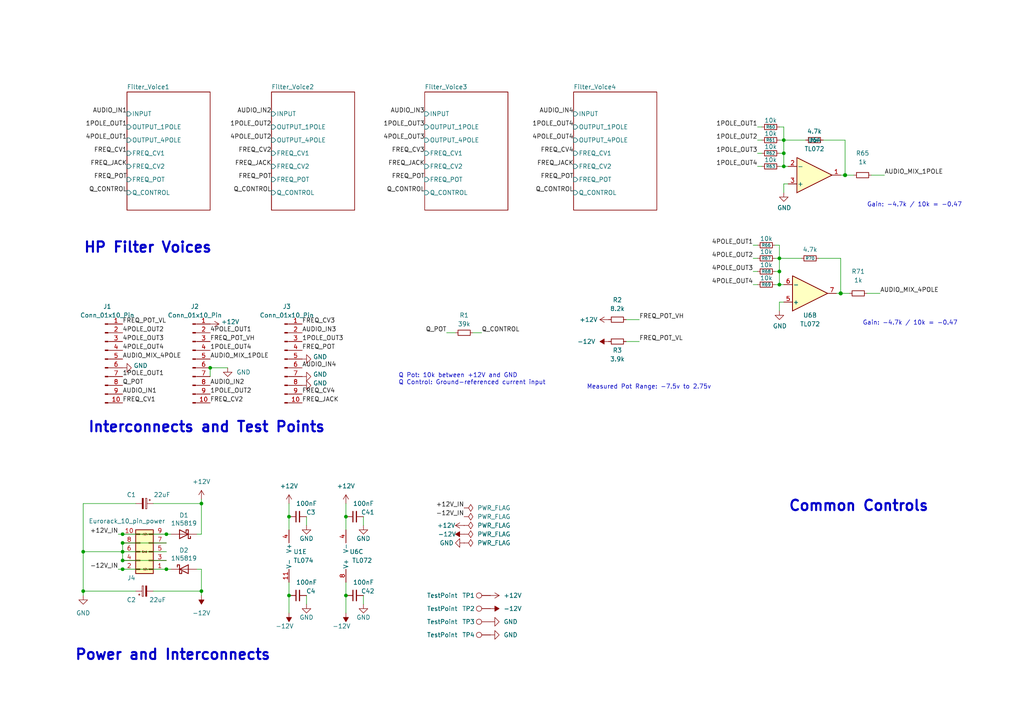
<source format=kicad_sch>
(kicad_sch (version 20230121) (generator eeschema)
  (paper "A4")
  (lib_symbols
    (symbol "Amplifier_Operational:TL072" (pin_names (offset 0.127))
      (property "Reference" "U" (at 0 5.08 0))
      (property "Value" "TL072" (at 0 -5.08 0))
      (symbol "TL072_1_1"
        (polyline (pts (xy -5.08 5.08) (xy 5.08 0) (xy -5.08 -5.08) (xy -5.08 5.08)) (stroke (width 0.254)) (fill (type background)))
        (pin output line (at 7.62 0 180) (length 2.54) (name "~") (number "1"))
        (pin input line (at -7.62 -2.54 0) (length 2.54) (name "-") (number "2"))
        (pin input line (at -7.62 2.54 0) (length 2.54) (name "+") (number "3"))
      )
      (symbol "TL072_2_1"
        (polyline (pts (xy -5.08 5.08) (xy 5.08 0) (xy -5.08 -5.08) (xy -5.08 5.08)) (stroke (width 0.254)) (fill (type background)))
        (pin input line (at -7.62 2.54 0) (length 2.54) (name "+") (number "5"))
        (pin input line (at -7.62 -2.54 0) (length 2.54) (name "-") (number "6"))
        (pin output line (at 7.62 0 180) (length 2.54) (name "~") (number "7"))
      )
      (symbol "TL072_3_1"
        (pin power_in line (at -2.54 -7.62 90) (length 3.81) (name "V-") (number "4"))
        (pin power_in line (at -2.54 7.62 270) (length 3.81) (name "V+") (number "8"))
      )
    )
    (symbol "Amplifier_Operational:TL074" (pin_names (offset 0.127))
      (property "Reference" "U" (at 0 5.08 0))
      (property "Value" "TL074" (at 0 -5.08 0))
      (symbol "TL074_1_1"
        (polyline (pts (xy -5.08 5.08) (xy 5.08 0) (xy -5.08 -5.08) (xy -5.08 5.08)) (stroke (width 0.254)) (fill (type background)))
        (pin output line (at 7.62 0 180) (length 2.54) (name "~") (number "1"))
        (pin input line (at -7.62 -2.54 0) (length 2.54) (name "-") (number "2"))
        (pin input line (at -7.62 2.54 0) (length 2.54) (name "+") (number "3"))
      )
      (symbol "TL074_2_1"
        (polyline (pts (xy -5.08 5.08) (xy 5.08 0) (xy -5.08 -5.08) (xy -5.08 5.08)) (stroke (width 0.254)) (fill (type background)))
        (pin input line (at -7.62 2.54 0) (length 2.54) (name "+") (number "5"))
        (pin input line (at -7.62 -2.54 0) (length 2.54) (name "-") (number "6"))
        (pin output line (at 7.62 0 180) (length 2.54) (name "~") (number "7"))
      )
      (symbol "TL074_3_1"
        (polyline (pts (xy -5.08 5.08) (xy 5.08 0) (xy -5.08 -5.08) (xy -5.08 5.08)) (stroke (width 0.254)) (fill (type background)))
        (pin input line (at -7.62 2.54 0) (length 2.54) (name "+") (number "10"))
        (pin output line (at 7.62 0 180) (length 2.54) (name "~") (number "8"))
        (pin input line (at -7.62 -2.54 0) (length 2.54) (name "-") (number "9"))
      )
      (symbol "TL074_4_1"
        (polyline (pts (xy -5.08 5.08) (xy 5.08 0) (xy -5.08 -5.08) (xy -5.08 5.08)) (stroke (width 0.254)) (fill (type background)))
        (pin input line (at -7.62 2.54 0) (length 2.54) (name "+") (number "12"))
        (pin input line (at -7.62 -2.54 0) (length 2.54) (name "-") (number "13"))
        (pin output line (at 7.62 0 180) (length 2.54) (name "~") (number "14"))
      )
      (symbol "TL074_5_1"
        (pin power_in line (at -2.54 -7.62 90) (length 3.81) (name "V-") (number "11"))
        (pin power_in line (at -2.54 7.62 270) (length 3.81) (name "V+") (number "4"))
      )
    )
    (symbol "Connector:Conn_01x10_Pin" (pin_names (offset 1.016) hide)
      (property "Reference" "J" (at 0 12.7 0))
      (property "Value" "Conn_01x10_Pin" (at 0 -15.24 0))
      (symbol "Conn_01x10_Pin_1_1"
        (polyline (pts (xy 1.27 -12.7) (xy 0.8636 -12.7)) (stroke (width 0.1524)))
        (polyline (pts (xy 1.27 -10.16) (xy 0.8636 -10.16)) (stroke (width 0.1524)))
        (polyline (pts (xy 1.27 -7.62) (xy 0.8636 -7.62)) (stroke (width 0.1524)))
        (polyline (pts (xy 1.27 -5.08) (xy 0.8636 -5.08)) (stroke (width 0.1524)))
        (polyline (pts (xy 1.27 -2.54) (xy 0.8636 -2.54)) (stroke (width 0.1524)))
        (polyline (pts (xy 1.27 0) (xy 0.8636 0)) (stroke (width 0.1524)))
        (polyline (pts (xy 1.27 2.54) (xy 0.8636 2.54)) (stroke (width 0.1524)))
        (polyline (pts (xy 1.27 5.08) (xy 0.8636 5.08)) (stroke (width 0.1524)))
        (polyline (pts (xy 1.27 7.62) (xy 0.8636 7.62)) (stroke (width 0.1524)))
        (polyline (pts (xy 1.27 10.16) (xy 0.8636 10.16)) (stroke (width 0.1524)))
        (rectangle (start 0.8636 -12.573) (end 0 -12.827) (stroke (width 0.1524)) (fill (type outline)))
        (rectangle (start 0.8636 -10.033) (end 0 -10.287) (stroke (width 0.1524)) (fill (type outline)))
        (rectangle (start 0.8636 -7.493) (end 0 -7.747) (stroke (width 0.1524)) (fill (type outline)))
        (rectangle (start 0.8636 -4.953) (end 0 -5.207) (stroke (width 0.1524)) (fill (type outline)))
        (rectangle (start 0.8636 -2.413) (end 0 -2.667) (stroke (width 0.1524)) (fill (type outline)))
        (rectangle (start 0.8636 0.127) (end 0 -0.127) (stroke (width 0.1524)) (fill (type outline)))
        (rectangle (start 0.8636 2.667) (end 0 2.413) (stroke (width 0.1524)) (fill (type outline)))
        (rectangle (start 0.8636 5.207) (end 0 4.953) (stroke (width 0.1524)) (fill (type outline)))
        (rectangle (start 0.8636 7.747) (end 0 7.493) (stroke (width 0.1524)) (fill (type outline)))
        (rectangle (start 0.8636 10.287) (end 0 10.033) (stroke (width 0.1524)) (fill (type outline)))
        (pin passive line (at 5.08 10.16 180) (length 3.81) (name "Pin_1") (number "1"))
        (pin passive line (at 5.08 -12.7 180) (length 3.81) (name "Pin_10") (number "10"))
        (pin passive line (at 5.08 7.62 180) (length 3.81) (name "Pin_2") (number "2"))
        (pin passive line (at 5.08 5.08 180) (length 3.81) (name "Pin_3") (number "3"))
        (pin passive line (at 5.08 2.54 180) (length 3.81) (name "Pin_4") (number "4"))
        (pin passive line (at 5.08 0 180) (length 3.81) (name "Pin_5") (number "5"))
        (pin passive line (at 5.08 -2.54 180) (length 3.81) (name "Pin_6") (number "6"))
        (pin passive line (at 5.08 -5.08 180) (length 3.81) (name "Pin_7") (number "7"))
        (pin passive line (at 5.08 -7.62 180) (length 3.81) (name "Pin_8") (number "8"))
        (pin passive line (at 5.08 -10.16 180) (length 3.81) (name "Pin_9") (number "9"))
      )
    )
    (symbol "Connector:TestPoint" (pin_numbers hide) (pin_names (offset 0.762) hide)
      (property "Reference" "TP" (at 0 6.858 0))
      (property "Value" "TestPoint" (at 0 5.08 0))
      (symbol "TestPoint_0_1"
        (circle (center 0 3.302) (radius 0.762))
      )
      (symbol "TestPoint_1_1"
        (pin passive line (at 0 0 90) (length 2.54) (name "1") (number "1"))
      )
    )
    (symbol "Device:C_Polarized_Small" (pin_numbers hide) (pin_names (offset 0.254) hide)
      (property "Reference" "C" (at 0.254 1.778 0))
      (property "Value" "C_Polarized_Small" (at 0.254 -2.032 0))
      (symbol "C_Polarized_Small_0_1"
        (rectangle (start -1.524 -0.3048) (end 1.524 -0.6858) (fill (type outline)))
        (rectangle (start -1.524 0.6858) (end 1.524 0.3048))
        (polyline (pts (xy -1.27 1.524) (xy -0.762 1.524)))
        (polyline (pts (xy -1.016 1.27) (xy -1.016 1.778)))
      )
      (symbol "C_Polarized_Small_1_1"
        (pin passive line (at 0 2.54 270) (length 1.8542) (name "~") (number "1"))
        (pin passive line (at 0 -2.54 90) (length 1.8542) (name "~") (number "2"))
      )
    )
    (symbol "Device:C_Small" (pin_numbers hide) (pin_names (offset 0.254) hide)
      (property "Reference" "C" (at 0.254 1.778 0))
      (property "Value" "C_Small" (at 0.254 -2.032 0))
      (symbol "C_Small_0_1"
        (polyline (pts (xy -1.524 -0.508) (xy 1.524 -0.508)) (stroke (width 0.3302)))
        (polyline (pts (xy -1.524 0.508) (xy 1.524 0.508)) (stroke (width 0.3048)))
      )
      (symbol "C_Small_1_1"
        (pin passive line (at 0 2.54 270) (length 2.032) (name "~") (number "1"))
        (pin passive line (at 0 -2.54 90) (length 2.032) (name "~") (number "2"))
      )
    )
    (symbol "Device:R_Small" (pin_numbers hide) (pin_names (offset 0.254) hide)
      (property "Reference" "R" (at 0.762 0.508 0))
      (property "Value" "R_Small" (at 0.762 -1.016 0))
      (symbol "R_Small_0_1"
        (rectangle (start -0.762 1.778) (end 0.762 -1.778) (stroke (width 0.2032)))
      )
      (symbol "R_Small_1_1"
        (pin passive line (at 0 2.54 270) (length 0.762) (name "~") (number "1"))
        (pin passive line (at 0 -2.54 90) (length 0.762) (name "~") (number "2"))
      )
    )
    (symbol "Diode:1N5819" (pin_numbers hide) (pin_names (offset 1.016) hide)
      (property "Reference" "D" (at 0 2.54 0))
      (property "Value" "1N5819" (at 0 -2.54 0))
      (symbol "1N5819_0_1"
        (polyline (pts (xy 1.27 0) (xy -1.27 0)))
        (polyline (pts (xy 1.27 1.27) (xy 1.27 -1.27) (xy -1.27 0) (xy 1.27 1.27)) (stroke (width 0.254)))
        (polyline (pts (xy -1.905 0.635) (xy -1.905 1.27) (xy -1.27 1.27) (xy -1.27 -1.27) (xy -0.635 -1.27) (xy -0.635 -0.635)) (stroke (width 0.254)))
      )
      (symbol "1N5819_1_1"
        (pin passive line (at -3.81 0 0) (length 2.54) (name "K") (number "1"))
        (pin passive line (at 3.81 0 180) (length 2.54) (name "A") (number "2"))
      )
    )
    (symbol "Eurorack_Header:Eurorack_10_pin_power" (pin_names (offset 1.016) hide)
      (property "Reference" "J" (at 1.27 7.62 0))
      (property "Value" "Eurorack_10_pin_power" (at 1.27 -7.62 0))
      (symbol "Eurorack_10_pin_power_1_0"
        (text "+12v" (at 1.27 -5.08 0) (effects (font (size 0.508 0.508))))
        (text "-12v" (at 1.27 5.08 0) (effects (font (size 0.508 0.508))))
        (text "Gnd" (at 1.27 0 0) (effects (font (size 0.508 0.508))))
      )
      (symbol "Eurorack_10_pin_power_1_1"
        (rectangle (start -1.27 -4.953) (end 0 -5.207) (stroke (width 0.1524)))
        (rectangle (start -1.27 -2.413) (end 0 -2.667) (stroke (width 0.1524)))
        (rectangle (start -1.27 0.127) (end 0 -0.127) (stroke (width 0.1524)))
        (rectangle (start -1.27 2.667) (end 0 2.413) (stroke (width 0.1524)))
        (rectangle (start -1.27 5.207) (end 0 4.953) (stroke (width 0.1524)))
        (rectangle (start -1.27 6.35) (end 3.81 -6.35) (stroke (width 0.254)) (fill (type background)))
        (rectangle (start 3.81 -4.953) (end 2.54 -5.207) (stroke (width 0.1524)))
        (rectangle (start 3.81 -2.413) (end 2.54 -2.667) (stroke (width 0.1524)))
        (rectangle (start 3.81 0.127) (end 2.54 -0.127) (stroke (width 0.1524)))
        (rectangle (start 3.81 2.667) (end 2.54 2.413) (stroke (width 0.1524)))
        (rectangle (start 3.81 5.207) (end 2.54 4.953) (stroke (width 0.1524)))
        (pin power_in line (at -5.08 5.08 0) (length 3.81) (name "Pin_1") (number "1"))
        (pin passive line (at 7.62 -5.08 180) (length 3.81) (name "Pin_10") (number "10"))
        (pin passive line (at 7.62 5.08 180) (length 3.81) (name "Pin_2") (number "2"))
        (pin passive line (at -5.08 2.54 0) (length 3.81) (name "Pin_3") (number "3"))
        (pin passive line (at 7.62 2.54 180) (length 3.81) (name "Pin_4") (number "4"))
        (pin power_in line (at -5.08 0 0) (length 3.81) (name "Pin_5") (number "5"))
        (pin passive line (at 7.62 0 180) (length 3.81) (name "Pin_6") (number "6"))
        (pin passive line (at -5.08 -2.54 0) (length 3.81) (name "Pin_7") (number "7"))
        (pin passive line (at 7.62 -2.54 180) (length 3.81) (name "Pin_8") (number "8"))
        (pin power_in line (at -5.08 -5.08 0) (length 3.81) (name "Pin_9") (number "9"))
      )
    )
    (symbol "power:+12V" (power) (pin_names (offset 0))
      (property "Value" "+12V" (at 0 3.556 0))
      (symbol "+12V_0_1"
        (polyline (pts (xy -0.762 1.27) (xy 0 2.54)))
        (polyline (pts (xy 0 0) (xy 0 2.54)))
        (polyline (pts (xy 0 2.54) (xy 0.762 1.27)))
      )
      (symbol "+12V_1_1"
        (pin power_in line (at 0 0 90) (length 0) hide (name "+12V") (number "1"))
      )
    )
    (symbol "power:-12V" (power) (pin_names (offset 0))
      (property "Value" "-12V" (at 0 3.81 0))
      (symbol "-12V_0_0"
        (pin power_in line (at 0 0 90) (length 0) hide (name "-12V") (number "1"))
      )
      (symbol "-12V_0_1"
        (polyline (pts (xy 0 0) (xy 0 1.27) (xy 0.762 1.27) (xy 0 2.54) (xy -0.762 1.27) (xy 0 1.27)) (fill (type outline)))
      )
    )
    (symbol "power:GND" (power) (pin_names (offset 0))
      (property "Value" "GND" (at 0 -3.81 0))
      (symbol "GND_0_1"
        (polyline (pts (xy 0 0) (xy 0 -1.27) (xy 1.27 -1.27) (xy 0 -2.54) (xy -1.27 -1.27) (xy 0 -1.27)))
      )
      (symbol "GND_1_1"
        (pin power_in line (at 0 0 270) (length 0) hide (name "GND") (number "1"))
      )
    )
    (symbol "power:PWR_FLAG" (power) (pin_numbers hide) (pin_names (offset 0) hide)
      (property "Value" "PWR_FLAG" (at 0 3.81 0))
      (symbol "PWR_FLAG_0_0"
        (pin power_out line (at 0 0 90) (length 0) (name "pwr") (number "1"))
      )
      (symbol "PWR_FLAG_0_1"
        (polyline (pts (xy 0 0) (xy 0 1.27) (xy -1.016 1.905) (xy 0 2.54) (xy 1.016 1.905) (xy 0 1.27)))
      )
    )
  )
  (junction (at 35.56 165.1))
  (junction (at 35.56 162.56))
  (junction (at 226.06 82.55))
  (junction (at 58.42 146.05))
  (junction (at 35.56 160.02))
  (junction (at 100.33 172.72))
  (junction (at 48.26 154.94))
  (junction (at 100.33 149.86))
  (junction (at 58.42 171.45))
  (junction (at 226.06 78.74))
  (junction (at 227.33 44.45))
  (junction (at 60.96 106.68))
  (junction (at 35.56 154.94))
  (junction (at 245.11 50.8) (diameter 1.016))
  (junction (at 227.33 40.64))
  (junction (at 83.82 149.86))
  (junction (at 48.26 165.1))
  (junction (at 226.06 74.93))
  (junction (at 243.84 85.09) (diameter 1.016))
  (junction (at 83.82 172.72))
  (junction (at 24.13 160.02))
  (junction (at 24.13 171.45))
  (junction (at 227.33 48.26))
  (junction (at 35.56 157.48))
  (wire (pts (xy 227.33 87.63) (xy 226.06 87.63)))
  (wire (pts (xy 227.33 53.34) (xy 227.33 55.88)))
  (wire (pts (xy 48.26 162.56) (xy 35.56 162.56)))
  (wire (pts (xy 58.42 171.45) (xy 58.42 172.72)))
  (wire (pts (xy 44.45 171.45) (xy 58.42 171.45)))
  (wire (pts (xy 226.06 82.55) (xy 227.33 82.55)))
  (wire (pts (xy 57.15 154.94) (xy 58.42 154.94)))
  (wire (pts (xy 24.13 146.05) (xy 39.37 146.05)))
  (wire (pts (xy 83.82 149.86) (xy 83.82 153.67)))
  (wire (pts (xy 226.06 48.26) (xy 227.33 48.26)))
  (wire (pts (xy 224.79 74.93) (xy 226.06 74.93)))
  (wire (pts (xy 105.41 152.4) (xy 105.41 149.86)))
  (wire (pts (xy 245.11 40.64) (xy 245.11 50.8)))
  (wire (pts (xy 218.44 82.55) (xy 219.71 82.55)))
  (wire (pts (xy 66.04 106.68) (xy 60.96 106.68)))
  (wire (pts (xy 24.13 171.45) (xy 39.37 171.45)))
  (wire (pts (xy 100.33 177.8) (xy 100.33 172.72)))
  (wire (pts (xy 226.06 44.45) (xy 227.33 44.45)))
  (wire (pts (xy 219.71 36.83) (xy 220.98 36.83)))
  (wire (pts (xy 224.79 82.55) (xy 226.06 82.55)))
  (wire (pts (xy 251.46 85.09) (xy 255.27 85.09)))
  (wire (pts (xy 226.06 78.74) (xy 226.06 74.93)))
  (wire (pts (xy 227.33 40.64) (xy 233.68 40.64)))
  (wire (pts (xy 57.15 165.1) (xy 58.42 165.1)))
  (wire (pts (xy 137.16 96.52) (xy 139.7 96.52)))
  (wire (pts (xy 132.08 96.52) (xy 129.54 96.52)))
  (wire (pts (xy 228.6 53.34) (xy 227.33 53.34)))
  (wire (pts (xy 219.71 48.26) (xy 220.98 48.26)))
  (wire (pts (xy 245.11 50.8) (xy 247.65 50.8)))
  (wire (pts (xy 226.06 36.83) (xy 227.33 36.83)))
  (wire (pts (xy 105.41 175.26) (xy 105.41 172.72)))
  (wire (pts (xy 34.29 154.94) (xy 35.56 154.94)))
  (wire (pts (xy 44.45 146.05) (xy 58.42 146.05)))
  (wire (pts (xy 48.26 165.1) (xy 49.53 165.1)))
  (polyline (pts (xy 299.72 12.7) (xy 300.99 12.7)))
  (wire (pts (xy 100.33 149.86) (xy 100.33 153.67)))
  (wire (pts (xy 224.79 71.12) (xy 226.06 71.12)))
  (wire (pts (xy 226.06 87.63) (xy 226.06 90.17)))
  (wire (pts (xy 219.71 44.45) (xy 220.98 44.45)))
  (wire (pts (xy 100.33 172.72) (xy 100.33 168.91)))
  (wire (pts (xy 243.84 74.93) (xy 243.84 85.09)))
  (wire (pts (xy 218.44 71.12) (xy 219.71 71.12)))
  (wire (pts (xy 226.06 71.12) (xy 226.06 74.93)))
  (wire (pts (xy 243.84 74.93) (xy 237.49 74.93)))
  (wire (pts (xy 227.33 36.83) (xy 227.33 40.64)))
  (wire (pts (xy 224.79 78.74) (xy 226.06 78.74)))
  (wire (pts (xy 227.33 44.45) (xy 227.33 48.26)))
  (wire (pts (xy 35.56 154.94) (xy 48.26 154.94)))
  (wire (pts (xy 83.82 146.05) (xy 83.82 149.86)))
  (wire (pts (xy 60.96 106.68) (xy 60.96 109.22)))
  (wire (pts (xy 227.33 48.26) (xy 228.6 48.26)))
  (wire (pts (xy 83.82 177.8) (xy 83.82 172.72)))
  (wire (pts (xy 181.61 92.71) (xy 185.42 92.71)))
  (wire (pts (xy 226.06 40.64) (xy 227.33 40.64)))
  (wire (pts (xy 24.13 160.02) (xy 35.56 160.02)))
  (wire (pts (xy 24.13 160.02) (xy 24.13 171.45)))
  (wire (pts (xy 24.13 172.72) (xy 24.13 171.45)))
  (wire (pts (xy 83.82 172.72) (xy 83.82 168.91)))
  (wire (pts (xy 88.9 175.26) (xy 88.9 172.72)))
  (wire (pts (xy 243.84 85.09) (xy 246.38 85.09)))
  (polyline (pts (xy -69.85 -15.24) (xy 218.44 -15.24)) (stroke (width 0) (type dash)))
  (wire (pts (xy 48.26 157.48) (xy 35.56 157.48)))
  (wire (pts (xy 34.29 165.1) (xy 35.56 165.1)))
  (wire (pts (xy 218.44 78.74) (xy 219.71 78.74)))
  (wire (pts (xy 35.56 157.48) (xy 35.56 160.02)))
  (wire (pts (xy 100.33 146.05) (xy 100.33 149.86)))
  (wire (pts (xy 58.42 165.1) (xy 58.42 171.45)))
  (wire (pts (xy 58.42 154.94) (xy 58.42 146.05)))
  (wire (pts (xy 252.73 50.8) (xy 256.54 50.8)))
  (wire (pts (xy 243.84 50.8) (xy 245.11 50.8)))
  (wire (pts (xy 24.13 146.05) (xy 24.13 160.02)))
  (wire (pts (xy 185.42 99.06) (xy 181.61 99.06)))
  (wire (pts (xy 58.42 144.78) (xy 58.42 146.05)))
  (polyline (pts (xy 320.04 208.28) (xy 320.04 -31.75)) (stroke (width 0) (type dash)))
  (wire (pts (xy 242.57 85.09) (xy 243.84 85.09)))
  (wire (pts (xy 35.56 165.1) (xy 48.26 165.1)))
  (wire (pts (xy 35.56 160.02) (xy 48.26 160.02)))
  (wire (pts (xy 88.9 152.4) (xy 88.9 149.86)))
  (wire (pts (xy 219.71 40.64) (xy 220.98 40.64)))
  (wire (pts (xy 218.44 74.93) (xy 219.71 74.93)))
  (wire (pts (xy 35.56 160.02) (xy 35.56 162.56)))
  (wire (pts (xy 245.11 40.64) (xy 238.76 40.64)))
  (wire (pts (xy 48.26 154.94) (xy 49.53 154.94)))
  (wire (pts (xy 226.06 78.74) (xy 226.06 82.55)))
  (wire (pts (xy 226.06 74.93) (xy 232.41 74.93)))
  (wire (pts (xy 227.33 44.45) (xy 227.33 40.64)))
  (text "HP Filter Voices" (at 24.13 73.66 0) (effects (font (size 3 3) (thickness 0.6) bold) (justify left bottom)))
  (text "Measured Pot Range: -7.5v to 2.75v" (at 170.18 113.03 0) (effects (font (size 1.27 1.27)) (justify left bottom)))
  (text "Interconnects and Test Points" (at 25.4 125.73 0) (effects (font (size 3 3) (thickness 0.6) bold) (justify left bottom)))
  (text "Gain: -4.7k / 10k = -0.47\n " (at 250.19 96.52 0) (effects (font (size 1.27 1.27)) (justify left bottom)))
  (text "Gain: -4.7k / 10k = -0.47\n " (at 251.46 62.23 0) (effects (font (size 1.27 1.27)) (justify left bottom)))
  (text "Common Controls" (at 228.6 148.59 0) (effects (font (size 3 3) (thickness 0.6) bold) (justify left bottom)))
  (text "Power and Interconnects" (at 21.59 191.77 0) (effects (font (size 3 3) (thickness 0.6) bold) (justify left bottom)))
  (text "Q Pot: 10k between +12V and GND\nQ Control: Ground-referenced current input\n" (at 115.57 111.76 0) (effects (font (size 1.27 1.27)) (justify left bottom)))
  (label "AUDIO_IN1" (at 35.56 114.3 0))
  (label "FREQ_CV4" (at 166.37 44.45 180))
  (label "1POLE_OUT2" (at 219.71 40.64 180))
  (label "FREQ_CV2" (at 60.96 116.84 0))
  (label "FREQ_POT" (at 123.19 52.07 180))
  (label "FREQ_POT" (at 78.74 52.07 180))
  (label "1POLE_OUT3" (at 87.63 99.06 0))
  (label "AUDIO_IN1" (at 36.83 33.02 180))
  (label "FREQ_JACK" (at 36.83 48.26 180))
  (label "FREQ_JACK" (at 166.37 48.26 180))
  (label "FREQ_POT_VH" (at 60.96 99.06 0))
  (label "AUDIO_MIX_1POLE" (at 60.96 104.14 0))
  (label "FREQ_CV2" (at 78.74 44.45 180))
  (label "4POLE_OUT1" (at 218.44 71.12 180))
  (label "FREQ_POT_VL" (at 35.56 93.98 0))
  (label "4POLE_OUT4" (at 218.44 82.55 180))
  (label "FREQ_JACK" (at 87.63 116.84 0))
  (label "1POLE_OUT4" (at 166.37 36.83 180))
  (label "4POLE_OUT4" (at 166.37 40.64 180))
  (label "1POLE_OUT2" (at 60.96 114.3 0))
  (label "FREQ_POT" (at 87.63 101.6 0))
  (label "1POLE_OUT4" (at 60.96 101.6 0))
  (label "1POLE_OUT4" (at 219.71 48.26 180))
  (label "1POLE_OUT1" (at 219.71 36.83 180))
  (label "+12V_IN" (at 34.29 154.94 180))
  (label "4POLE_OUT3" (at 218.44 78.74 180))
  (label "FREQ_CV4" (at 87.63 114.3 0))
  (label "Q_CONTROL" (at 123.19 55.88 180))
  (label "FREQ_CV3" (at 87.63 93.98 0))
  (label "AUDIO_IN2" (at 60.96 111.76 0))
  (label "FREQ_POT" (at 166.37 52.07 180))
  (label "Q_CONTROL" (at 36.83 55.88 180))
  (label "Q_CONTROL" (at 78.74 55.88 180))
  (label "4POLE_OUT4" (at 35.56 101.6 0))
  (label "-12V_IN" (at 134.62 149.86 180))
  (label "1POLE_OUT1" (at 35.56 109.22 0))
  (label "4POLE_OUT2" (at 35.56 96.52 0))
  (label "FREQ_JACK" (at 78.74 48.26 180))
  (label "+12V_IN" (at 134.62 147.32 180))
  (label "FREQ_CV3" (at 123.19 44.45 180))
  (label "AUDIO_IN3" (at 123.19 33.02 180))
  (label "FREQ_POT" (at 36.83 52.07 180))
  (label "Q_CONTROL" (at 166.37 55.88 180))
  (label "AUDIO_IN3" (at 87.63 96.52 0))
  (label "1POLE_OUT3" (at 123.19 36.83 180))
  (label "AUDIO_IN2" (at 78.74 33.02 180))
  (label "Q_POT" (at 35.56 111.76 0))
  (label "FREQ_JACK" (at 123.19 48.26 180))
  (label "4POLE_OUT3" (at 35.56 99.06 0))
  (label "4POLE_OUT2" (at 218.44 74.93 180))
  (label "FREQ_CV1" (at 35.56 116.84 0))
  (label "-12V_IN" (at 34.29 165.1 180))
  (label "1POLE_OUT3" (at 219.71 44.45 180))
  (label "AUDIO_MIX_1POLE" (at 256.54 50.8 0))
  (label "4POLE_OUT1" (at 60.96 96.52 0))
  (label "4POLE_OUT3" (at 123.19 40.64 180))
  (label "FREQ_POT_VL" (at 185.42 99.06 0))
  (label "AUDIO_MIX_4POLE" (at 255.27 85.09 0))
  (label "FREQ_CV1" (at 36.83 44.45 180))
  (label "AUDIO_IN4" (at 87.63 106.68 0))
  (label "4POLE_OUT2" (at 78.74 40.64 180))
  (label "1POLE_OUT2" (at 78.74 36.83 180))
  (label "AUDIO_MIX_4POLE" (at 35.56 104.14 0))
  (label "FREQ_POT_VH" (at 185.42 92.71 0))
  (label "Q_CONTROL" (at 139.7 96.52 0))
  (label "Q_POT" (at 129.54 96.52 180))
  (label "4POLE_OUT1" (at 36.83 40.64 180))
  (label "1POLE_OUT1" (at 36.83 36.83 180))
  (label "AUDIO_IN4" (at 166.37 33.02 180))
  (symbol (lib_id "Device:R_Small") (at 223.52 48.26 270) (unit 1)
    (property "Reference" "R63" (at 223.52 48.26 90) (effects (font (size 0.889 0.889))))
    (property "Value" "10k" (at 223.52 46.355 90))
    (property "Footprint" "Resistor_SMD:R_0603_1608Metric_Pad0.98x0.95mm_HandSolder" (effects hide))
  )
  (symbol (lib_id "power:GND") (at 105.41 175.26 0) (unit 1)
    (property "Reference" "#PWR057" (effects hide))
    (property "Value" "GND" (at 105.41 179.07 0))
  )
  (symbol (lib_id "power:GND") (at 226.06 90.17 0) (unit 1)
    (property "Reference" "#PWR058" (effects hide))
    (property "Value" "GND" (at 226.187 94.5642 0))
  )
  (symbol (lib_id "power:-12V") (at 58.42 172.72 180) (unit 1)
    (property "Reference" "#PWR04" (effects hide))
    (property "Value" "-12V" (at 58.42 177.8 0))
  )
  (symbol (lib_id "Amplifier_Operational:TL072") (at 234.95 85.09 0) (mirror x) (unit 2)
    (property "Reference" "U6" (at 234.95 91.44 0))
    (property "Value" "TL072" (at 234.95 93.98 0))
    (property "Footprint" "Package_SO:SO-8_3.9x4.9mm_P1.27mm" (effects hide))
    (property "Datasheet" "http://www.ti.com/lit/ds/symlink/tl071.pdf" (effects hide))
  )
  (symbol (lib_id "Diode:1N5819") (at 53.34 165.1 0) (unit 1)
    (property "Reference" "D2" (at 53.34 159.6136 0))
    (property "Value" "1N5819" (at 53.34 161.925 0))
    (property "Footprint" "Diode_SMD:D_SOD-123" (effects hide))
  )
  (symbol (lib_id "Device:R_Small") (at 223.52 44.45 270) (unit 1)
    (property "Reference" "R62" (at 223.52 44.45 90) (effects (font (size 0.889 0.889))))
    (property "Value" "10k" (at 223.52 42.545 90))
    (property "Footprint" "Resistor_SMD:R_0603_1608Metric_Pad0.98x0.95mm_HandSolder" (effects hide))
  )
  (symbol (lib_id "Diode:1N5819") (at 53.34 154.94 180) (unit 1)
    (property "Reference" "D1" (at 53.34 149.4536 0))
    (property "Value" "1N5819" (at 53.34 151.765 0))
    (property "Footprint" "Diode_SMD:D_SOD-123" (effects hide))
  )
  (symbol (lib_id "Eurorack_Header:Eurorack_10_pin_power") (at 43.18 160.02 180) (unit 1)
    (property "Reference" "J4" (at 38.1 167.64 0))
    (property "Value" "Eurorack_10_pin_power" (at 36.83 151.13 0))
    (property "Footprint" "Custom_Footprints:Eurorack_10_pin_header" (effects hide))
  )
  (symbol (lib_id "Device:C_Polarized_Small") (at 41.91 171.45 90) (unit 1)
    (property "Reference" "C2" (at 38.1 173.99 90))
    (property "Value" "22uF" (at 45.72 173.99 90))
    (property "Footprint" "Capacitor_SMD:CP_Elec_4x5.8" (effects hide))
  )
  (symbol (lib_id "Device:R_Small") (at 134.62 96.52 90) (unit 1)
    (property "Reference" "R1" (at 134.62 91.44 90))
    (property "Value" "39k" (at 134.62 93.98 90))
    (property "Footprint" "Resistor_SMD:R_0603_1608Metric_Pad0.98x0.95mm_HandSolder" (effects hide))
  )
  (symbol (lib_id "Device:R_Small") (at 223.52 40.64 270) (unit 1)
    (property "Reference" "R61" (at 223.52 40.64 90) (effects (font (size 0.889 0.889))))
    (property "Value" "10k" (at 223.52 38.735 90))
    (property "Footprint" "Resistor_SMD:R_0603_1608Metric_Pad0.98x0.95mm_HandSolder" (effects hide))
  )
  (symbol (lib_id "power:GND") (at 87.63 104.14 90) (unit 1)
    (property "Reference" "#PWR09" (effects hide))
    (property "Value" "GND" (at 90.805 103.505 90) (effects (justify right)))
  )
  (symbol (lib_id "power:GND") (at 134.62 157.48 270) (unit 1)
    (property "Reference" "#PWR015" (effects hide))
    (property "Value" "GND" (at 129.54 157.48 90))
  )
  (symbol (lib_id "power:PWR_FLAG") (at 134.62 149.86 270) (unit 1)
    (property "Reference" "#FLG05" (effects hide))
    (property "Value" "PWR_FLAG" (at 138.43 149.8599 90) (effects (justify left)))
  )
  (symbol (lib_id "power:GND") (at 105.41 152.4 0) (unit 1)
    (property "Reference" "#PWR056" (effects hide))
    (property "Value" "GND" (at 105.41 156.21 0))
  )
  (symbol (lib_id "power:GND") (at 24.13 172.72 0) (unit 1)
    (property "Reference" "#PWR01" (effects hide))
    (property "Value" "GND" (at 24.13 177.8 0))
  )
  (symbol (lib_id "power:+12V") (at 83.82 146.05 0) (unit 1)
    (property "Reference" "#PWR07" (effects hide))
    (property "Value" "+12V" (at 83.82 140.97 0))
  )
  (symbol (lib_id "power:GND") (at 227.33 55.88 0) (unit 1)
    (property "Reference" "#PWR053" (effects hide))
    (property "Value" "GND" (at 227.457 60.2742 0))
  )
  (symbol (lib_id "Connector:Conn_01x10_Pin") (at 55.88 104.14 0) (unit 1)
    (property "Reference" "J2" (at 56.515 88.9 0))
    (property "Value" "Conn_01x10_Pin" (at 56.515 91.44 0))
    (property "Footprint" "Connector_PinHeader_2.54mm:PinHeader_1x10_P2.54mm_Vertical" (effects hide))
  )
  (symbol (lib_id "Device:C_Small") (at 86.36 149.86 90) (unit 1)
    (property "Reference" "C3" (at 90.17 148.59 90))
    (property "Value" "100nF" (at 88.9 146.05 90))
    (property "Footprint" "Capacitor_SMD:C_0603_1608Metric_Pad1.08x0.95mm_HandSolder" (effects hide))
  )
  (symbol (lib_id "power:GND") (at 142.24 180.34 90) (unit 1)
    (property "Reference" "#PWR018" (effects hide))
    (property "Value" "GND" (at 146.05 180.3399 90) (effects (justify right)))
  )
  (symbol (lib_id "Amplifier_Operational:TL072") (at 236.22 50.8 0) (mirror x) (unit 1)
    (property "Reference" "U6" (at 236.22 40.64 0))
    (property "Value" "TL072" (at 236.22 43.18 0))
    (property "Footprint" "Package_SO:SO-8_3.9x4.9mm_P1.27mm" (effects hide))
    (property "Datasheet" "http://www.ti.com/lit/ds/symlink/tl071.pdf" (effects hide))
  )
  (symbol (lib_id "Device:C_Polarized_Small") (at 41.91 146.05 270) (unit 1)
    (property "Reference" "C1" (at 38.1 143.51 90))
    (property "Value" "22uF" (at 46.99 143.51 90))
    (property "Footprint" "Capacitor_SMD:CP_Elec_4x5.8" (effects hide))
  )
  (symbol (lib_id "power:-12V") (at 134.62 154.94 90) (unit 1)
    (property "Reference" "#PWR014" (effects hide))
    (property "Value" "-12V" (at 127 154.94 90) (effects (justify right)))
  )
  (symbol (lib_id "Device:C_Small") (at 86.36 172.72 90) (unit 1)
    (property "Reference" "C4" (at 90.17 171.45 90))
    (property "Value" "100nF" (at 88.9 168.91 90))
    (property "Footprint" "Capacitor_SMD:C_0603_1608Metric_Pad1.08x0.95mm_HandSolder" (effects hide))
  )
  (symbol (lib_id "Device:R_Small") (at 223.52 36.83 270) (unit 1)
    (property "Reference" "R60" (at 223.52 36.83 90) (effects (font (size 0.889 0.889))))
    (property "Value" "10k" (at 223.52 34.925 90))
    (property "Footprint" "Resistor_SMD:R_0603_1608Metric_Pad0.98x0.95mm_HandSolder" (effects hide))
  )
  (symbol (lib_id "power:GND") (at 88.9 152.4 0) (unit 1)
    (property "Reference" "#PWR011" (effects hide))
    (property "Value" "GND" (at 88.9 156.21 0))
  )
  (symbol (lib_id "power:PWR_FLAG") (at 134.62 152.4 270) (unit 1)
    (property "Reference" "#FLG01" (effects hide))
    (property "Value" "PWR_FLAG" (at 138.43 152.3999 90) (effects (justify left)))
  )
  (symbol (lib_id "Device:C_Small") (at 102.87 149.86 90) (unit 1)
    (property "Reference" "C41" (at 106.68 148.59 90))
    (property "Value" "100nF" (at 105.41 146.05 90))
    (property "Footprint" "Capacitor_SMD:C_0603_1608Metric_Pad1.08x0.95mm_HandSolder" (effects hide))
  )
  (symbol (lib_id "Device:R_Small") (at 234.95 74.93 270) (unit 1)
    (property "Reference" "R70" (at 234.95 74.93 90) (effects (font (size 0.889 0.889))))
    (property "Value" "4.7k" (at 234.95 72.39 90))
    (property "Footprint" "Resistor_SMD:R_0603_1608Metric_Pad0.98x0.95mm_HandSolder" (effects hide))
  )
  (symbol (lib_id "power:GND") (at 87.63 109.22 90) (unit 1)
    (property "Reference" "#PWR010" (effects hide))
    (property "Value" "GND" (at 90.805 108.585 90) (effects (justify right)))
  )
  (symbol (lib_id "Connector:TestPoint") (at 142.24 180.34 90) (unit 1) (in_bom no)
    (property "Reference" "TP3" (at 135.89 180.34 90))
    (property "Value" "TestPoint" (at 128.27 180.34 90))
    (property "Footprint" "Custom_Footprints:1.3mm_Test_Point" (effects hide))
  )
  (symbol (lib_id "Device:R_Small") (at 222.25 78.74 270) (unit 1)
    (property "Reference" "R68" (at 222.25 78.74 90) (effects (font (size 0.889 0.889))))
    (property "Value" "10k" (at 222.25 76.835 90))
    (property "Footprint" "Resistor_SMD:R_0603_1608Metric_Pad0.98x0.95mm_HandSolder" (effects hide))
  )
  (symbol (lib_id "power:+12V") (at 100.33 146.05 0) (unit 1)
    (property "Reference" "#PWR054" (effects hide))
    (property "Value" "+12V" (at 100.33 140.97 0))
  )
  (symbol (lib_id "Device:R_Small") (at 179.07 99.06 270) (unit 1)
    (property "Reference" "R3" (at 179.07 101.6 90))
    (property "Value" "3.9k" (at 179.07 104.14 90))
    (property "Footprint" "Resistor_SMD:R_0603_1608Metric_Pad0.98x0.95mm_HandSolder" (effects hide))
  )
  (symbol (lib_id "power:GND") (at 35.56 106.68 90) (unit 1)
    (property "Reference" "#PWR02" (effects hide))
    (property "Value" "GND" (at 38.735 106.045 90) (effects (justify right)))
  )
  (symbol (lib_id "Amplifier_Operational:TL074") (at 86.36 161.29 0) (unit 5)
    (property "Reference" "U1" (at 85.09 160.02 0) (effects (justify left)))
    (property "Value" "TL074" (at 85.09 162.56 0) (effects (justify left)))
    (property "Footprint" "Package_SO:SOIC-14_3.9x8.7mm_P1.27mm" (effects hide))
    (property "Datasheet" "http://www.ti.com/lit/ds/symlink/tl071.pdf" (effects hide))
  )
  (symbol (lib_id "power:GND") (at 142.24 184.15 90) (unit 1)
    (property "Reference" "#PWR019" (effects hide))
    (property "Value" "GND" (at 146.05 184.1499 90) (effects (justify right)))
  )
  (symbol (lib_id "Device:R_Small") (at 179.07 92.71 90) (unit 1)
    (property "Reference" "R2" (at 179.07 86.995 90))
    (property "Value" "8.2k" (at 179.07 89.535 90))
    (property "Footprint" "Resistor_SMD:R_0603_1608Metric_Pad0.98x0.95mm_HandSolder" (effects hide))
  )
  (symbol (lib_id "power:+12V") (at 142.24 172.72 270) (mirror x) (unit 1)
    (property "Reference" "#PWR016" (effects hide))
    (property "Value" "+12V" (at 146.05 172.7199 90) (effects (justify left)))
  )
  (symbol (lib_id "power:+12V") (at 134.62 152.4 90) (unit 1)
    (property "Reference" "#PWR013" (effects hide))
    (property "Value" "+12V" (at 132.08 152.4 90) (effects (justify left)))
  )
  (symbol (lib_id "Device:R_Small") (at 222.25 71.12 270) (unit 1)
    (property "Reference" "R66" (at 222.25 71.12 90) (effects (font (size 0.889 0.889))))
    (property "Value" "10k" (at 222.25 69.215 90))
    (property "Footprint" "Resistor_SMD:R_0603_1608Metric_Pad0.98x0.95mm_HandSolder" (effects hide))
  )
  (symbol (lib_id "Amplifier_Operational:TL072") (at 102.87 161.29 0) (mirror x) (unit 3)
    (property "Reference" "U6" (at 105.41 160.02 0) (effects (justify right)))
    (property "Value" "TL072" (at 107.95 162.56 0) (effects (justify right)))
    (property "Footprint" "Package_SO:SO-8_3.9x4.9mm_P1.27mm" (effects hide))
    (property "Datasheet" "http://www.ti.com/lit/ds/symlink/tl071.pdf" (effects hide))
  )
  (symbol (lib_id "power:GND") (at 87.63 111.76 90) (unit 1)
    (property "Reference" "#PWR052" (effects hide))
    (property "Value" "GND" (at 90.805 111.125 90) (effects (justify right)))
  )
  (symbol (lib_id "power:-12V") (at 83.82 177.8 180) (unit 1)
    (property "Reference" "#PWR08" (effects hide))
    (property "Value" "-12V" (at 82.55 181.61 0))
  )
  (symbol (lib_id "Device:R_Small") (at 222.25 74.93 270) (unit 1)
    (property "Reference" "R67" (at 222.25 74.93 90) (effects (font (size 0.889 0.889))))
    (property "Value" "10k" (at 222.25 73.025 90))
    (property "Footprint" "Resistor_SMD:R_0603_1608Metric_Pad0.98x0.95mm_HandSolder" (effects hide))
  )
  (symbol (lib_id "Connector:TestPoint") (at 142.24 172.72 90) (unit 1) (in_bom no)
    (property "Reference" "TP1" (at 135.89 172.72 90))
    (property "Value" "TestPoint" (at 128.27 172.72 90))
    (property "Footprint" "Custom_Footprints:1.3mm_Test_Point" (effects hide))
  )
  (symbol (lib_id "power:PWR_FLAG") (at 134.62 154.94 270) (unit 1)
    (property "Reference" "#FLG02" (effects hide))
    (property "Value" "PWR_FLAG" (at 138.43 154.9399 90) (effects (justify left)))
  )
  (symbol (lib_id "power:-12V") (at 142.24 176.53 270) (unit 1)
    (property "Reference" "#PWR017" (effects hide))
    (property "Value" "-12V" (at 146.05 176.5299 90) (effects (justify left)))
  )
  (symbol (lib_id "power:PWR_FLAG") (at 134.62 147.32 270) (unit 1)
    (property "Reference" "#FLG04" (effects hide))
    (property "Value" "PWR_FLAG" (at 138.43 147.3199 90) (effects (justify left)))
  )
  (symbol (lib_id "power:GND") (at 88.9 175.26 0) (unit 1)
    (property "Reference" "#PWR012" (effects hide))
    (property "Value" "GND" (at 88.9 179.07 0))
  )
  (symbol (lib_id "power:GND") (at 66.04 106.68 0) (unit 1)
    (property "Reference" "#PWR06" (effects hide))
    (property "Value" "GND" (at 68.58 107.9499 0) (effects (justify left)))
  )
  (symbol (lib_id "Device:R_Small") (at 248.92 85.09 90) (unit 1)
    (property "Reference" "R71" (at 248.92 78.74 90))
    (property "Value" "1k" (at 248.92 81.28 90))
    (property "Footprint" "Resistor_SMD:R_0603_1608Metric_Pad0.98x0.95mm_HandSolder" (effects hide))
  )
  (symbol (lib_id "power:-12V") (at 100.33 177.8 180) (unit 1)
    (property "Reference" "#PWR055" (effects hide))
    (property "Value" "-12V" (at 99.06 181.61 0))
  )
  (symbol (lib_id "power:-12V") (at 176.53 99.06 90) (unit 1)
    (property "Reference" "#PWR023" (effects hide))
    (property "Value" "-12V" (at 172.72 99.06 90) (effects (justify left)))
  )
  (symbol (lib_id "Connector:Conn_01x10_Pin") (at 30.48 104.14 0) (unit 1)
    (property "Reference" "J1" (at 31.115 88.9 0))
    (property "Value" "Conn_01x10_Pin" (at 31.115 91.44 0))
    (property "Footprint" "Connector_PinHeader_2.54mm:PinHeader_1x10_P2.54mm_Vertical" (effects hide))
  )
  (symbol (lib_id "power:+12V") (at 58.42 144.78 0) (unit 1)
    (property "Reference" "#PWR03" (effects hide))
    (property "Value" "+12V" (at 58.42 139.7 0))
  )
  (symbol (lib_id "Connector:TestPoint") (at 142.24 176.53 90) (unit 1) (in_bom no)
    (property "Reference" "TP2" (at 135.89 176.53 90))
    (property "Value" "TestPoint" (at 128.27 176.53 90))
    (property "Footprint" "Custom_Footprints:1.3mm_Test_Point" (effects hide))
  )
  (symbol (lib_id "Connector:TestPoint") (at 142.24 184.15 90) (unit 1) (in_bom no)
    (property "Reference" "TP4" (at 135.89 184.15 90))
    (property "Value" "TestPoint" (at 128.27 184.15 90))
    (property "Footprint" "Custom_Footprints:1.3mm_Test_Point" (effects hide))
  )
  (symbol (lib_id "power:+12V") (at 176.53 92.71 90) (unit 1)
    (property "Reference" "#PWR022" (effects hide))
    (property "Value" "+12V" (at 173.355 92.71 90) (effects (justify left)))
  )
  (symbol (lib_id "Device:R_Small") (at 236.22 40.64 270) (unit 1)
    (property "Reference" "R64" (at 236.22 40.64 90) (effects (font (size 0.889 0.889))))
    (property "Value" "4.7k" (at 236.22 38.1 90))
    (property "Footprint" "Resistor_SMD:R_0603_1608Metric_Pad0.98x0.95mm_HandSolder" (effects hide))
  )
  (symbol (lib_id "Device:R_Small") (at 222.25 82.55 270) (unit 1)
    (property "Reference" "R69" (at 222.25 82.55 90) (effects (font (size 0.889 0.889))))
    (property "Value" "10k" (at 222.25 80.645 90))
    (property "Footprint" "Resistor_SMD:R_0603_1608Metric_Pad0.98x0.95mm_HandSolder" (effects hide))
  )
  (symbol (lib_id "Connector:Conn_01x10_Pin") (at 82.55 104.14 0) (unit 1)
    (property "Reference" "J3" (at 83.185 88.9 0))
    (property "Value" "Conn_01x10_Pin" (at 83.185 91.44 0))
    (property "Footprint" "Connector_PinHeader_2.54mm:PinHeader_1x10_P2.54mm_Vertical" (effects hide))
  )
  (symbol (lib_id "Device:C_Small") (at 102.87 172.72 90) (unit 1)
    (property "Reference" "C42" (at 106.68 171.45 90))
    (property "Value" "100nF" (at 105.41 168.91 90))
    (property "Footprint" "Capacitor_SMD:C_0603_1608Metric_Pad1.08x0.95mm_HandSolder" (effects hide))
  )
  (symbol (lib_id "power:+12V") (at 60.96 93.98 270) (unit 1)
    (property "Reference" "#PWR05" (effects hide))
    (property "Value" "+12V" (at 64.135 93.345 90) (effects (justify left)))
  )
  (symbol (lib_id "Device:R_Small") (at 250.19 50.8 90) (unit 1)
    (property "Reference" "R65" (at 250.19 44.45 90))
    (property "Value" "1k" (at 250.19 46.99 90))
    (property "Footprint" "Resistor_SMD:R_0603_1608Metric_Pad0.98x0.95mm_HandSolder" (effects hide))
  )
  (symbol (lib_id "power:PWR_FLAG") (at 134.62 157.48 270) (unit 1)
    (property "Reference" "#FLG03" (effects hide))
    (property "Value" "PWR_FLAG" (at 138.43 157.4799 90) (effects (justify left)))
  )
  (sheet (at 166.37 26.67) (size 24.13 34.29) (stroke (width 0.1524))
    (property "Sheetname" "Filter_Voice4" (at 166.37 25.9584 0) (effects (justify left bottom)))
    (property "Sheetfile" "Filter_Voice.kicad_sch" (effects hide))
    (pin "INPUT" input (at 166.37 33.02 180))
    (pin "FREQ_CV2" input (at 166.37 48.26 180))
    (pin "FREQ_CV1" input (at 166.37 44.45 180))
    (pin "FREQ_POT" input (at 166.37 52.07 180))
    (pin "Q_CONTROL" input (at 166.37 55.88 180))
    (pin "OUTPUT_1POLE" input (at 166.37 36.83 180))
    (pin "OUTPUT_4POLE" input (at 166.37 40.64 180))
  )
  (sheet (at 78.74 26.67) (size 24.13 34.29) (stroke (width 0.1524))
    (property "Sheetname" "Filter_Voice2" (at 78.74 25.9584 0) (effects (justify left bottom)))
    (property "Sheetfile" "Filter_Voice.kicad_sch" (effects hide))
    (pin "INPUT" input (at 78.74 33.02 180))
    (pin "FREQ_CV2" input (at 78.74 48.26 180))
    (pin "FREQ_CV1" input (at 78.74 44.45 180))
    (pin "FREQ_POT" input (at 78.74 52.07 180))
    (pin "Q_CONTROL" input (at 78.74 55.88 180))
    (pin "OUTPUT_1POLE" input (at 78.74 36.83 180))
    (pin "OUTPUT_4POLE" input (at 78.74 40.64 180))
  )
  (sheet (at 123.19 26.67) (size 24.13 34.29) (stroke (width 0.1524))
    (property "Sheetname" "Filter_Voice3" (at 123.19 25.9584 0) (effects (justify left bottom)))
    (property "Sheetfile" "Filter_Voice.kicad_sch" (effects hide))
    (pin "INPUT" input (at 123.19 33.02 180))
    (pin "FREQ_CV2" input (at 123.19 48.26 180))
    (pin "FREQ_CV1" input (at 123.19 44.45 180))
    (pin "FREQ_POT" input (at 123.19 52.07 180))
    (pin "Q_CONTROL" input (at 123.19 55.88 180))
    (pin "OUTPUT_1POLE" input (at 123.19 36.83 180))
    (pin "OUTPUT_4POLE" input (at 123.19 40.64 180))
  )
  (sheet (at 36.83 26.67) (size 24.13 34.29) (stroke (width 0.1524))
    (property "Sheetname" "Filter_Voice1" (at 36.83 25.9584 0) (effects (justify left bottom)))
    (property "Sheetfile" "Filter_Voice.kicad_sch" (effects hide))
    (pin "INPUT" input (at 36.83 33.02 180))
    (pin "FREQ_CV2" input (at 36.83 48.26 180))
    (pin "FREQ_CV1" input (at 36.83 44.45 180))
    (pin "FREQ_POT" input (at 36.83 52.07 180))
    (pin "Q_CONTROL" input (at 36.83 55.88 180))
    (pin "OUTPUT_1POLE" input (at 36.83 36.83 180))
    (pin "OUTPUT_4POLE" input (at 36.83 40.64 180))
  )
)
</source>
